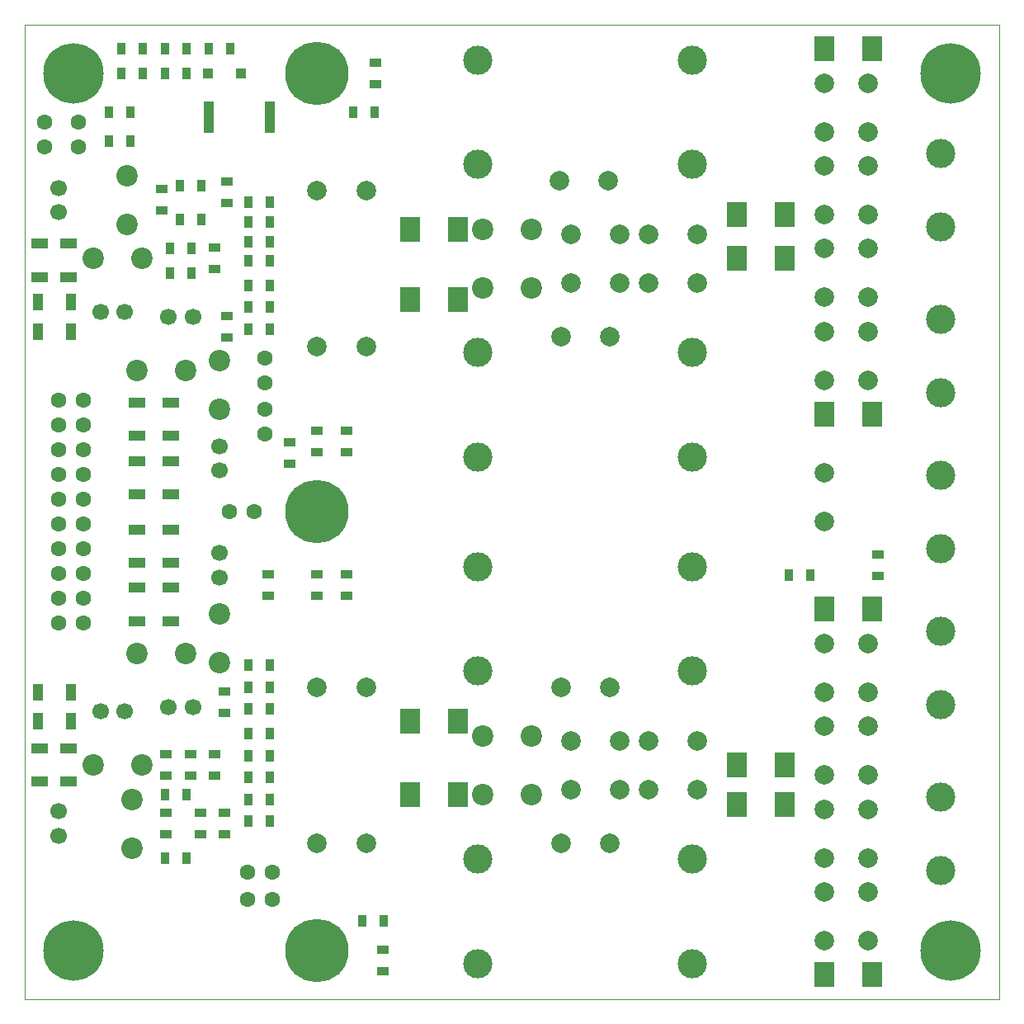
<source format=gts>
G04 #@! TF.FileFunction,Soldermask,Top*
%FSLAX46Y46*%
G04 Gerber Fmt 4.6, Leading zero omitted, Abs format (unit mm)*
G04 Created by KiCad (PCBNEW 4.0.5) date 02/14/17 11:50:05*
%MOMM*%
%LPD*%
G01*
G04 APERTURE LIST*
%ADD10C,0.150000*%
%ADD11C,0.100000*%
%ADD12R,1.300000X0.900000*%
%ADD13R,0.900000X1.300000*%
%ADD14C,1.700000*%
%ADD15C,2.200000*%
%ADD16C,3.000000*%
%ADD17C,1.600000*%
%ADD18R,1.700000X1.100000*%
%ADD19R,1.100000X1.700000*%
%ADD20C,6.200000*%
%ADD21R,2.100000X2.600000*%
%ADD22C,2.000000*%
%ADD23R,1.000000X1.000000*%
%ADD24R,1.000000X3.200000*%
%ADD25C,6.500000*%
G04 APERTURE END LIST*
D10*
D11*
X0Y100000000D02*
X100000000Y100000000D01*
X15000000Y0D02*
X0Y0D01*
X100000000Y0D02*
X15000000Y0D01*
X100000000Y100000000D02*
X100000000Y0D01*
X0Y0D02*
X0Y100000000D01*
D12*
X30000000Y58350000D03*
X30000000Y56150000D03*
X14500000Y16900000D03*
X14500000Y19100000D03*
X14500000Y22900000D03*
X14500000Y25100000D03*
D13*
X25100000Y73250000D03*
X22900000Y73250000D03*
X25100000Y32000000D03*
X22900000Y32000000D03*
X25100000Y22750000D03*
X22900000Y22750000D03*
X25100000Y20500000D03*
X22900000Y20500000D03*
D12*
X19500000Y22900000D03*
X19500000Y25100000D03*
X17000000Y22900000D03*
X17000000Y25100000D03*
D13*
X16600000Y21000000D03*
X14400000Y21000000D03*
D12*
X19500000Y77100000D03*
X19500000Y74900000D03*
D13*
X16600000Y14500000D03*
X14400000Y14500000D03*
D12*
X25000000Y43600000D03*
X25000000Y41400000D03*
D13*
X25100000Y75750000D03*
X22900000Y75750000D03*
X80600000Y43500000D03*
X78400000Y43500000D03*
D12*
X87500000Y45600000D03*
X87500000Y43400000D03*
X27200000Y57100000D03*
X27200000Y54900000D03*
D14*
X3500000Y16750000D03*
X3500000Y19250000D03*
D15*
X11000000Y15500000D03*
X11000000Y20500000D03*
X12000000Y24000000D03*
X7000000Y24000000D03*
D14*
X10250000Y29500000D03*
X7750000Y29500000D03*
X17250000Y30000000D03*
X14750000Y30000000D03*
D15*
X16500000Y35500000D03*
X11500000Y35500000D03*
X20000000Y39500000D03*
X20000000Y34500000D03*
D14*
X20000000Y43250000D03*
X20000000Y45750000D03*
X20000000Y56750000D03*
X20000000Y54250000D03*
D15*
X20000000Y65500000D03*
X20000000Y60500000D03*
D13*
X17100000Y74500000D03*
X14900000Y74500000D03*
D15*
X16500000Y64500000D03*
X11500000Y64500000D03*
D13*
X17100000Y77000000D03*
X14900000Y77000000D03*
D14*
X17250000Y70000000D03*
X14750000Y70000000D03*
X10250000Y70500000D03*
X7750000Y70500000D03*
D13*
X18100000Y80000000D03*
X15900000Y80000000D03*
D15*
X12000000Y76000000D03*
X7000000Y76000000D03*
D12*
X14000000Y80900000D03*
X14000000Y83100000D03*
D15*
X10500000Y84500000D03*
X10500000Y79500000D03*
D13*
X18100000Y83500000D03*
X15900000Y83500000D03*
D14*
X3500000Y83250000D03*
X3500000Y80750000D03*
D12*
X36750000Y5100000D03*
X36750000Y2900000D03*
D13*
X34650000Y8000000D03*
X36850000Y8000000D03*
X25100000Y18250000D03*
X22900000Y18250000D03*
D15*
X47000000Y21000000D03*
X52000000Y21000000D03*
D12*
X18000000Y19100000D03*
X18000000Y16900000D03*
X20500000Y19100000D03*
X20500000Y16900000D03*
D15*
X47000000Y27000000D03*
X52000000Y27000000D03*
D13*
X22900000Y27250000D03*
X25100000Y27250000D03*
X22900000Y25000000D03*
X25100000Y25000000D03*
X22900000Y29750000D03*
X25100000Y29750000D03*
D12*
X20500000Y29400000D03*
X20500000Y31600000D03*
X33000000Y41400000D03*
X33000000Y43600000D03*
X30000000Y41400000D03*
X30000000Y43600000D03*
D13*
X22900000Y34250000D03*
X25100000Y34250000D03*
D12*
X36000000Y93900000D03*
X36000000Y96100000D03*
D13*
X33650000Y91000000D03*
X35850000Y91000000D03*
X22900000Y71000000D03*
X25100000Y71000000D03*
D12*
X20750000Y70100000D03*
X20750000Y67900000D03*
D13*
X22900000Y79750000D03*
X25100000Y79750000D03*
X22900000Y77750000D03*
X25100000Y77750000D03*
X22900000Y81750000D03*
X25100000Y81750000D03*
D12*
X20750000Y81650000D03*
X20750000Y83850000D03*
D16*
X46500000Y14350000D03*
X46500000Y3650000D03*
X68500000Y14350000D03*
X68500000Y3650000D03*
X68500000Y33650000D03*
X68500000Y44350000D03*
X46500000Y33650000D03*
X46500000Y44350000D03*
X46500000Y66350000D03*
X46500000Y55650000D03*
X68500000Y66350000D03*
X68500000Y55650000D03*
X68500000Y85650000D03*
X68500000Y96350000D03*
X46500000Y85650000D03*
X46500000Y96350000D03*
X94000000Y46230000D03*
X94000000Y53770000D03*
D17*
X6020000Y38570000D03*
X3480000Y38570000D03*
X6020000Y41110000D03*
X3480000Y41110000D03*
X6020000Y43650000D03*
X3480000Y43650000D03*
X6020000Y46190000D03*
X3480000Y46190000D03*
X6020000Y48730000D03*
X3480000Y48730000D03*
X6020000Y51270000D03*
X3480000Y51270000D03*
X6020000Y53810000D03*
X3480000Y53810000D03*
X6020000Y56350000D03*
X3480000Y56350000D03*
X6020000Y58890000D03*
X3480000Y58890000D03*
X6020000Y61430000D03*
X3480000Y61430000D03*
D16*
X94000000Y13230000D03*
X94000000Y20770000D03*
X94000000Y30230000D03*
X94000000Y37770000D03*
D17*
X21000000Y50000000D03*
X23540000Y50000000D03*
D16*
X94000000Y62230000D03*
X94000000Y69770000D03*
X94000000Y79230000D03*
X94000000Y86770000D03*
D18*
X1500000Y22300000D03*
X1500000Y25700000D03*
D19*
X4700000Y28500000D03*
X1300000Y28500000D03*
X4700000Y31500000D03*
X1300000Y31500000D03*
D18*
X4500000Y22300000D03*
X4500000Y25700000D03*
X11500000Y38800000D03*
X11500000Y42200000D03*
X11500000Y44800000D03*
X11500000Y48200000D03*
X15000000Y42200000D03*
X15000000Y38800000D03*
X15000000Y48200000D03*
X15000000Y44800000D03*
X15000000Y51800000D03*
X15000000Y55200000D03*
X15000000Y57800000D03*
X15000000Y61200000D03*
X11500000Y55200000D03*
X11500000Y51800000D03*
X11500000Y61200000D03*
X11500000Y57800000D03*
X4500000Y77500000D03*
X4500000Y74100000D03*
D19*
X4700000Y68500000D03*
X1300000Y68500000D03*
X4700000Y71500000D03*
X1300000Y71500000D03*
D18*
X1500000Y77500000D03*
X1500000Y74100000D03*
D20*
X5000000Y5000000D03*
X95000000Y5000000D03*
X95000000Y95000000D03*
X5000000Y95000000D03*
D21*
X77950000Y20000000D03*
X73050000Y20000000D03*
X44450000Y21000000D03*
X39550000Y21000000D03*
X82050000Y2500000D03*
X86950000Y2500000D03*
X44450000Y28500000D03*
X39550000Y28500000D03*
X82050000Y40000000D03*
X86950000Y40000000D03*
X77950000Y24000000D03*
X73050000Y24000000D03*
X77950000Y76000000D03*
X73050000Y76000000D03*
X44450000Y71750000D03*
X39550000Y71750000D03*
X82050000Y60000000D03*
X86950000Y60000000D03*
X44450000Y79000000D03*
X39550000Y79000000D03*
X82050000Y97500000D03*
X86950000Y97500000D03*
X77950000Y80500000D03*
X73050000Y80500000D03*
D15*
X47000000Y73000000D03*
X52000000Y73000000D03*
X47000000Y79000000D03*
X52000000Y79000000D03*
D12*
X33000000Y58350000D03*
X33000000Y56150000D03*
D22*
X30000000Y67000000D03*
X35000000Y67000000D03*
X30000000Y83000000D03*
X35000000Y83000000D03*
X30000000Y32000000D03*
X35000000Y32000000D03*
X30000000Y16000000D03*
X35000000Y16000000D03*
X82000000Y14500000D03*
X82000000Y19500000D03*
X86500000Y14500000D03*
X86500000Y19500000D03*
X55000000Y16000000D03*
X60000000Y16000000D03*
X56000000Y21500000D03*
X61000000Y21500000D03*
X86500000Y6000000D03*
X86500000Y11000000D03*
X82000000Y11000000D03*
X82000000Y6000000D03*
X82000000Y31500000D03*
X82000000Y36500000D03*
X60000000Y32000000D03*
X55000000Y32000000D03*
X61000000Y26500000D03*
X56000000Y26500000D03*
X86500000Y31500000D03*
X86500000Y36500000D03*
X86500000Y23000000D03*
X86500000Y28000000D03*
X82000000Y28000000D03*
X82000000Y23000000D03*
X82000000Y72000000D03*
X82000000Y77000000D03*
X86500000Y72000000D03*
X86500000Y77000000D03*
X55000000Y68000000D03*
X60000000Y68000000D03*
X56000000Y73500000D03*
X61000000Y73500000D03*
X86500000Y63500000D03*
X86500000Y68500000D03*
X82000000Y68500000D03*
X82000000Y63500000D03*
X82000000Y89000000D03*
X82000000Y94000000D03*
X64000000Y78500000D03*
X69000000Y78500000D03*
X59879668Y83970438D03*
X54879668Y83970438D03*
X86500000Y89000000D03*
X86500000Y94000000D03*
X86500000Y80500000D03*
X86500000Y85500000D03*
X82000000Y85500000D03*
X82000000Y80500000D03*
X69000000Y21500000D03*
X64000000Y21500000D03*
X64000000Y26500000D03*
X69000000Y26500000D03*
X69000000Y73500000D03*
X64000000Y73500000D03*
X61000000Y78500000D03*
X56000000Y78500000D03*
D13*
X18900000Y97500000D03*
X21100000Y97500000D03*
X12100000Y97500000D03*
X9900000Y97500000D03*
X12100000Y95000000D03*
X9900000Y95000000D03*
D23*
X18800000Y95000000D03*
X22200000Y95000000D03*
D17*
X5500000Y87460000D03*
X5500000Y90000000D03*
X2000000Y87460000D03*
X2000000Y90000000D03*
D24*
X18900000Y90500000D03*
X25100000Y90500000D03*
D13*
X16600000Y95000000D03*
X14400000Y95000000D03*
X10800000Y88000000D03*
X8600000Y88000000D03*
X16600000Y97500000D03*
X14400000Y97500000D03*
X10800000Y91000000D03*
X8600000Y91000000D03*
X25100000Y68750000D03*
X22900000Y68750000D03*
D22*
X82000000Y49000000D03*
X82000000Y54000000D03*
D25*
X30000000Y50000000D03*
X30000000Y5000000D03*
X30000000Y95000000D03*
D17*
X22860000Y13000000D03*
X25400000Y13000000D03*
X22860000Y10200000D03*
X25400000Y10200000D03*
X24600000Y63200000D03*
X24600000Y65740000D03*
X24600000Y58000000D03*
X24600000Y60540000D03*
M02*

</source>
